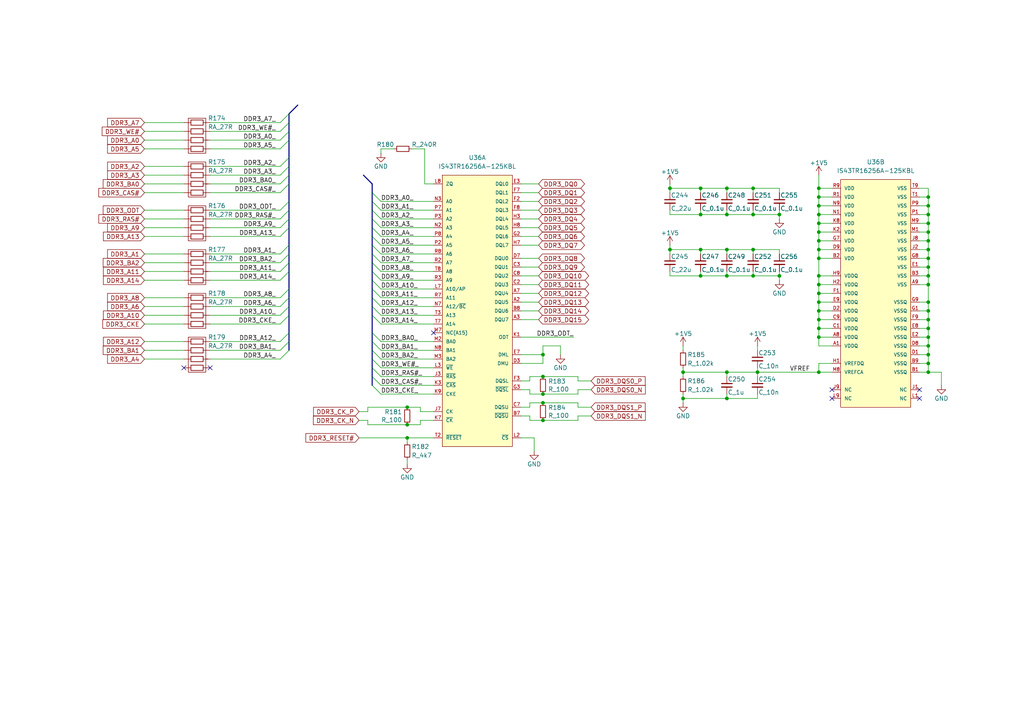
<source format=kicad_sch>
(kicad_sch (version 20231120) (generator "eeschema") (generator_version "8.0")
  (paper "A4")
  (title_block (rev "v2") (comment 1 "Copyright Dejan Priversek 2017"))
  (lib_symbols
    (symbol "ScopefunParts:+1.5V" (power) (pin_names (offset 0))
      (property "Value" "+1.5V" (at 0 3.556 0))
      (symbol "+1.5V_1_1"
        (pin power_in line (at 0 0 90) (length 0) hide (name "+1V5") (number "1"))
      )
    )
    (symbol "ScopefunParts:C_0.1u" (pin_numbers hide) (pin_names (offset 0.254) hide)
      (property "Reference" "C" (at 0.254 1.778 0))
      (property "Value" "C_0.1u" (at 0.254 -2.032 0))
      (symbol "C_0.1u_1_1"
        (pin passive line (at 0 2.54 270) (length 1.905) (name "~") (number "1"))
        (pin passive line (at 0 -2.54 90) (length 2.032) (name "~") (number "2"))
      )
    )
    (symbol "ScopefunParts:C_10n" (pin_numbers hide) (pin_names (offset 0.254) hide)
      (property "Reference" "C" (at 0.254 1.778 0))
      (property "Value" "C_10n" (at 0.254 -2.032 0))
      (symbol "C_10n_1_1"
        (pin passive line (at 0 2.54 270) (length 1.905) (name "~") (number "1"))
        (pin passive line (at 0 -2.54 90) (length 2.032) (name "~") (number "2"))
      )
    )
    (symbol "ScopefunParts:C_1u" (pin_numbers hide) (pin_names (offset 0.254) hide)
      (property "Reference" "C" (at 0.254 1.778 0))
      (property "Value" "C_1u" (at 0.254 -2.032 0))
      (symbol "C_1u_1_1"
        (pin passive line (at 0 2.54 270) (length 1.905) (name "~") (number "1"))
        (pin passive line (at 0 -2.54 90) (length 2.032) (name "~") (number "2"))
      )
    )
    (symbol "ScopefunParts:C_22u" (pin_numbers hide) (pin_names (offset 0.254) hide)
      (property "Reference" "C" (at 0.254 1.778 0))
      (property "Value" "C_22u" (at 0.254 -2.032 0))
      (symbol "C_22u_1_1"
        (pin passive line (at 0 2.54 270) (length 1.905) (name "~") (number "1"))
        (pin passive line (at 0 -2.54 90) (length 2.032) (name "~") (number "2"))
      )
    )
    (symbol "ScopefunParts:IS43TR16256A-125KBL" (pin_names (offset 1.016))
      (property "Reference" "U" (at 0 41.91 0))
      (property "Value" "IS43TR16256A-125KBL" (at 0 39.37 0))
      (symbol "IS43TR16256A-125KBL_1_1"
        (pin passive line (at 12.7 0 180) (length 2.54) (name "DQU5") (number "A2"))
        (pin passive line (at 12.7 -5.08 180) (length 2.54) (name "DQU7") (number "A3"))
        (pin passive line (at 12.7 2.54 180) (length 2.54) (name "DQU4") (number "A7"))
        (pin passive line (at 12.7 -33.02 180) (length 2.54) (name "~{DQSU}") (number "B7"))
        (pin passive line (at 12.7 -2.54 180) (length 2.54) (name "DQU6") (number "B8"))
        (pin passive line (at 12.7 5.08 180) (length 2.54) (name "DQU3") (number "C2"))
        (pin passive line (at 12.7 10.16 180) (length 2.54) (name "DQU1") (number "C3"))
        (pin passive line (at 12.7 -30.48 180) (length 2.54) (name "DQSU") (number "C7"))
        (pin passive line (at 12.7 7.62 180) (length 2.54) (name "DQU2") (number "C8"))
        (pin passive line (at 12.7 -17.78 180) (length 2.54) (name "DMU") (number "D3"))
        (pin passive line (at 12.7 12.7 180) (length 2.54) (name "DQU0") (number "D7"))
        (pin passive line (at 12.7 34.29 180) (length 2.54) (name "DQL0") (number "E3"))
        (pin passive line (at 12.7 -15.24 180) (length 2.54) (name "DML") (number "E7"))
        (pin passive line (at 12.7 29.21 180) (length 2.54) (name "DQL2") (number "F2"))
        (pin passive line (at 12.7 -22.86 180) (length 2.54) (name "DQSL") (number "F3"))
        (pin passive line (at 12.7 31.75 180) (length 2.54) (name "DQL1") (number "F7"))
        (pin passive line (at 12.7 26.67 180) (length 2.54) (name "DQL3") (number "F8"))
        (pin passive line (at 12.7 19.05 180) (length 2.54) (name "DQL6") (number "G2"))
        (pin passive line (at 12.7 -25.4 180) (length 2.54) (name "~{DQSL}") (number "G3"))
        (pin passive line (at 12.7 24.13 180) (length 2.54) (name "DQL4") (number "H3"))
        (pin passive line (at 12.7 16.51 180) (length 2.54) (name "DQL7") (number "H7"))
        (pin passive line (at 12.7 21.59 180) (length 2.54) (name "DQL5") (number "H8"))
        (pin passive line (at -12.7 -21.59 0) (length 2.54) (name "~{RAS}") (number "J3"))
        (pin passive line (at -12.7 -31.75 0) (length 2.54) (name "CK") (number "J7"))
        (pin passive line (at 12.7 -10.16 180) (length 2.54) (name "ODT") (number "K1"))
        (pin passive line (at -12.7 -24.13 0) (length 2.54) (name "~{CAS}") (number "K3"))
        (pin passive line (at -12.7 -34.29 0) (length 2.54) (name "~{CK}") (number "K7"))
        (pin passive line (at -12.7 -26.67 0) (length 2.54) (name "CKE") (number "K9"))
        (pin passive line (at 12.7 -39.37 180) (length 2.54) (name "~{CS}") (number "L2"))
        (pin passive line (at -12.7 -19.05 0) (length 2.54) (name "~{WE}") (number "L3"))
        (pin passive line (at -12.7 3.81 0) (length 2.54) (name "A10/AP") (number "L7"))
        (pin passive line (at -12.7 34.29 0) (length 2.54) (name "ZQ") (number "L8"))
        (pin passive line (at -12.7 -11.43 0) (length 2.54) (name "BA0") (number "M2"))
        (pin passive line (at -12.7 -16.51 0) (length 2.54) (name "BA2") (number "M3"))
        (pin passive line (at -12.7 -8.89 0) (length 2.54) (name "NC(A15)") (number "M7"))
        (pin passive line (at -12.7 21.59 0) (length 2.54) (name "A3") (number "N2"))
        (pin passive line (at -12.7 29.21 0) (length 2.54) (name "A0") (number "N3"))
        (pin passive line (at -12.7 -1.27 0) (length 2.54) (name "A12/~{BC}") (number "N7"))
        (pin passive line (at -12.7 -13.97 0) (length 2.54) (name "BA1") (number "N8"))
        (pin passive line (at -12.7 16.51 0) (length 2.54) (name "A5") (number "P2"))
        (pin passive line (at -12.7 24.13 0) (length 2.54) (name "A2") (number "P3"))
        (pin passive line (at -12.7 26.67 0) (length 2.54) (name "A1") (number "P7"))
        (pin passive line (at -12.7 19.05 0) (length 2.54) (name "A4") (number "P8"))
        (pin passive line (at -12.7 11.43 0) (length 2.54) (name "A7") (number "R2"))
        (pin passive line (at -12.7 6.35 0) (length 2.54) (name "A9") (number "R3"))
        (pin passive line (at -12.7 1.27 0) (length 2.54) (name "A11") (number "R7"))
        (pin passive line (at -12.7 13.97 0) (length 2.54) (name "A6") (number "R8"))
        (pin passive line (at -12.7 -39.37 0) (length 2.54) (name "~{RESET}") (number "T2"))
        (pin input line (at -12.7 -3.81 0) (length 2.54) (name "A13") (number "T3"))
        (pin input line (at -12.7 -6.35 0) (length 2.54) (name "A14") (number "T7"))
        (pin passive line (at -12.7 8.89 0) (length 2.54) (name "A8") (number "T8"))
      )
      (symbol "IS43TR16256A-125KBL_2_1"
        (pin passive line (at -12.7 -11.43 0) (length 2.54) (name "VDDQ") (number "A1"))
        (pin passive line (at -12.7 -8.89 0) (length 2.54) (name "VDDQ") (number "A8"))
        (pin passive line (at 12.7 6.35 180) (length 2.54) (name "VSS") (number "A9"))
        (pin passive line (at 12.7 -19.05 180) (length 2.54) (name "VSSQ") (number "B1"))
        (pin passive line (at -12.7 13.97 0) (length 2.54) (name "VDD") (number "B2"))
        (pin passive line (at 12.7 8.89 180) (length 2.54) (name "VSS") (number "B3"))
        (pin passive line (at 12.7 -16.51 180) (length 2.54) (name "VSSQ") (number "B9"))
        (pin passive line (at -12.7 -6.35 0) (length 2.54) (name "VDDQ") (number "C1"))
        (pin passive line (at -12.7 -3.81 0) (length 2.54) (name "VDDQ") (number "C9"))
        (pin passive line (at 12.7 -13.97 180) (length 2.54) (name "VSSQ") (number "D1"))
        (pin passive line (at -12.7 -1.27 0) (length 2.54) (name "VDDQ") (number "D2"))
        (pin passive line (at 12.7 -11.43 180) (length 2.54) (name "VSSQ") (number "D8"))
        (pin passive line (at -12.7 16.51 0) (length 2.54) (name "VDD") (number "D9"))
        (pin passive line (at 12.7 11.43 180) (length 2.54) (name "VSS") (number "E1"))
        (pin passive line (at 12.7 -8.89 180) (length 2.54) (name "VSSQ") (number "E2"))
        (pin passive line (at 12.7 -6.35 180) (length 2.54) (name "VSSQ") (number "E8"))
        (pin passive line (at -12.7 1.27 0) (length 2.54) (name "VDDQ") (number "E9"))
        (pin passive line (at -12.7 3.81 0) (length 2.54) (name "VDDQ") (number "F1"))
        (pin passive line (at 12.7 -3.81 180) (length 2.54) (name "VSSQ") (number "F9"))
        (pin passive line (at 12.7 -1.27 180) (length 2.54) (name "VSSQ") (number "G1"))
        (pin passive line (at -12.7 19.05 0) (length 2.54) (name "VDD") (number "G7"))
        (pin passive line (at 12.7 13.97 180) (length 2.54) (name "VSS") (number "G8"))
        (pin passive line (at 12.7 1.27 180) (length 2.54) (name "VSSQ") (number "G9"))
        (pin passive line (at -12.7 -16.51 0) (length 2.54) (name "VREFDQ") (number "H1"))
        (pin passive line (at -12.7 6.35 0) (length 2.54) (name "VDDQ") (number "H2"))
        (pin passive line (at -12.7 8.89 0) (length 2.54) (name "VDDQ") (number "H9"))
        (pin passive line (at 12.7 -24.13 180) (length 2.54) (name "NC") (number "J1"))
        (pin passive line (at 12.7 16.51 180) (length 2.54) (name "VSS") (number "J2"))
        (pin passive line (at 12.7 19.05 180) (length 2.54) (name "VSS") (number "J8"))
        (pin passive line (at -12.7 -24.13 0) (length 2.54) (name "NC") (number "J9"))
        (pin passive line (at -12.7 21.59 0) (length 2.54) (name "VDD") (number "K2"))
        (pin passive line (at -12.7 24.13 0) (length 2.54) (name "VDD") (number "K8"))
        (pin passive line (at 12.7 -26.67 180) (length 2.54) (name "NC") (number "L1"))
        (pin passive line (at -12.7 -26.67 0) (length 2.54) (name "NC") (number "L9"))
        (pin passive line (at 12.7 21.59 180) (length 2.54) (name "VSS") (number "M1"))
        (pin passive line (at -12.7 -19.05 0) (length 2.54) (name "VREFCA") (number "M8"))
        (pin passive line (at 12.7 24.13 180) (length 2.54) (name "VSS") (number "M9"))
        (pin passive line (at -12.7 26.67 0) (length 2.54) (name "VDD") (number "N1"))
        (pin passive line (at -12.7 29.21 0) (length 2.54) (name "VDD") (number "N9"))
        (pin passive line (at 12.7 26.67 180) (length 2.54) (name "VSS") (number "P1"))
        (pin passive line (at 12.7 29.21 180) (length 2.54) (name "VSS") (number "P9"))
        (pin passive line (at -12.7 31.75 0) (length 2.54) (name "VDD") (number "R1"))
        (pin passive line (at -12.7 34.29 0) (length 2.54) (name "VDD") (number "R9"))
        (pin passive line (at 12.7 31.75 180) (length 2.54) (name "VSS") (number "T1"))
        (pin passive line (at 12.7 34.29 180) (length 2.54) (name "VSS") (number "T9"))
      )
    )
    (symbol "ScopefunParts:RA_27R" (pin_numbers hide) (pin_names (offset 0.254) hide)
      (property "Reference" "R" (at 3.175 5.08 0))
      (property "Value" "RA_27R" (at 3.175 2.54 0))
      (symbol "RA_27R_1_1"
        (pin passive line (at 3.81 3.81 180) (length 1.27) (name "~") (number "1"))
        (pin passive line (at 3.81 1.27 180) (length 1.27) (name "~") (number "2"))
        (pin passive line (at 3.81 -1.27 180) (length 1.27) (name "~") (number "3"))
        (pin passive line (at 3.81 -3.81 180) (length 1.27) (name "~") (number "4"))
        (pin passive line (at -3.81 -3.81 0) (length 1.27) (name "~") (number "5"))
        (pin passive line (at -3.81 -1.27 0) (length 1.27) (name "~") (number "6"))
        (pin passive line (at -3.81 1.27 0) (length 1.27) (name "~") (number "7"))
        (pin passive line (at -3.81 3.81 0) (length 1.27) (name "~") (number "8"))
      )
    )
    (symbol "ScopefunParts:R_1.02k" (pin_numbers hide) (pin_names (offset 0.254) hide)
      (property "Reference" "R" (at 1.27 1.27 0))
      (property "Value" "R_1.02k" (at 1.27 -1.27 0))
      (symbol "R_1.02k_1_1"
        (pin passive line (at 0 2.54 270) (length 0.762) (name "~") (number "1"))
        (pin passive line (at 0 -2.54 90) (length 0.762) (name "~") (number "2"))
      )
    )
    (symbol "ScopefunParts:R_100" (pin_numbers hide) (pin_names (offset 0.254) hide)
      (property "Reference" "R" (at 1.27 1.27 0))
      (property "Value" "R_100" (at 1.27 -1.27 0))
      (symbol "R_100_1_1"
        (pin passive line (at 0 2.54 270) (length 0.762) (name "~") (number "1"))
        (pin passive line (at 0 -2.54 90) (length 0.762) (name "~") (number "2"))
      )
    )
    (symbol "ScopefunParts:R_240R" (pin_numbers hide) (pin_names (offset 0.254) hide)
      (property "Reference" "R" (at 1.27 1.27 0))
      (property "Value" "R_240R" (at 1.27 -1.27 0))
      (symbol "R_240R_1_1"
        (pin passive line (at 0 2.54 270) (length 0.762) (name "~") (number "1"))
        (pin passive line (at 0 -2.54 90) (length 0.762) (name "~") (number "2"))
      )
    )
    (symbol "ScopefunParts:R_4k7" (pin_numbers hide) (pin_names (offset 0.254) hide)
      (property "Reference" "R" (at 1.27 1.27 0))
      (property "Value" "R_4k7" (at 1.27 -1.27 0))
      (symbol "R_4k7_1_1"
        (pin passive line (at 0 2.54 270) (length 0.762) (name "~") (number "1"))
        (pin passive line (at 0 -2.54 90) (length 0.762) (name "~") (number "2"))
      )
    )
    (symbol "Scopefun_v2-rescue:GND" (power) (pin_names (offset 0))
      (property "Value" "GND" (at 0 -3.81 0))
      (symbol "GND_1_1"
        (pin power_in line (at 0 0 270) (length 0) hide (name "GND") (number "1"))
      )
    )
  )
  (junction (at 237.49 72.39))
  (junction (at 237.49 54.61))
  (junction (at 194.31 54.61))
  (junction (at 198.12 115.57))
  (junction (at 157.48 102.87))
  (junction (at 269.24 69.85))
  (junction (at 237.49 97.79))
  (junction (at 210.82 115.57))
  (junction (at 237.49 92.71))
  (junction (at 237.49 74.93))
  (junction (at 118.11 118.11))
  (junction (at 218.44 80.01))
  (junction (at 269.24 64.77))
  (junction (at 203.2 80.01))
  (junction (at 226.06 62.23))
  (junction (at 218.44 54.61))
  (junction (at 269.24 67.31))
  (junction (at 269.24 97.79))
  (junction (at 210.82 62.23))
  (junction (at 198.12 107.95))
  (junction (at 269.24 72.39))
  (junction (at 219.71 107.95))
  (junction (at 269.24 80.01))
  (junction (at 218.44 62.23))
  (junction (at 237.49 62.23))
  (junction (at 157.48 109.22))
  (junction (at 269.24 87.63))
  (junction (at 269.24 105.41))
  (junction (at 226.06 80.01))
  (junction (at 203.2 72.39))
  (junction (at 269.24 77.47))
  (junction (at 237.49 69.85))
  (junction (at 237.49 80.01))
  (junction (at 157.48 116.84))
  (junction (at 269.24 62.23))
  (junction (at 157.48 114.3))
  (junction (at 194.31 72.39))
  (junction (at 237.49 85.09))
  (junction (at 237.49 95.25))
  (junction (at 269.24 74.93))
  (junction (at 269.24 95.25))
  (junction (at 237.49 67.31))
  (junction (at 157.48 121.92))
  (junction (at 118.11 123.19))
  (junction (at 210.82 72.39))
  (junction (at 269.24 100.33))
  (junction (at 210.82 107.95))
  (junction (at 237.49 87.63))
  (junction (at 237.49 90.17))
  (junction (at 210.82 80.01))
  (junction (at 237.49 107.95))
  (junction (at 269.24 107.95))
  (junction (at 237.49 57.15))
  (junction (at 218.44 72.39))
  (junction (at 237.49 59.69))
  (junction (at 203.2 62.23))
  (junction (at 269.24 102.87))
  (junction (at 118.11 127))
  (junction (at 237.49 64.77))
  (junction (at 269.24 82.55))
  (junction (at 269.24 90.17))
  (junction (at 269.24 59.69))
  (junction (at 203.2 54.61))
  (junction (at 269.24 57.15))
  (junction (at 210.82 54.61))
  (junction (at 237.49 82.55))
  (junction (at 269.24 92.71))
  (no_connect (at 125.73 96.52))
  (no_connect (at 241.3 113.03))
  (no_connect (at 60.96 106.68))
  (no_connect (at 266.7 115.57))
  (no_connect (at 53.34 106.68))
  (no_connect (at 266.7 113.03))
  (no_connect (at 241.3 115.57))
  (bus_entry (at 81.28 53.34) (size 2.54 -2.54))
  (bus_entry (at 81.28 66.04) (size 2.54 -2.54))
  (bus_entry (at 107.95 111.76) (size 2.54 2.54))
  (bus_entry (at 81.28 38.1) (size 2.54 -2.54))
  (bus_entry (at 107.95 91.44) (size 2.54 2.54))
  (bus_entry (at 107.95 76.2) (size 2.54 2.54))
  (bus_entry (at 81.28 78.74) (size 2.54 -2.54))
  (bus_entry (at 81.28 35.56) (size 2.54 -2.54))
  (bus_entry (at 81.28 86.36) (size 2.54 -2.54))
  (bus_entry (at 107.95 58.42) (size 2.54 2.54))
  (bus_entry (at 81.28 88.9) (size 2.54 -2.54))
  (bus_entry (at 107.95 66.04) (size 2.54 2.54))
  (bus_entry (at 107.95 99.06) (size 2.54 2.54))
  (bus_entry (at 107.95 106.68) (size 2.54 2.54))
  (bus_entry (at 81.28 99.06) (size 2.54 -2.54))
  (bus_entry (at 81.28 50.8) (size 2.54 -2.54))
  (bus_entry (at 81.28 101.6) (size 2.54 -2.54))
  (bus_entry (at 81.28 40.64) (size 2.54 -2.54))
  (bus_entry (at 81.28 73.66) (size 2.54 -2.54))
  (bus_entry (at 81.28 68.58) (size 2.54 -2.54))
  (bus_entry (at 107.95 88.9) (size 2.54 2.54))
  (bus_entry (at 107.95 104.14) (size 2.54 2.54))
  (bus_entry (at 81.28 55.88) (size 2.54 -2.54))
  (bus_entry (at 107.95 83.82) (size 2.54 2.54))
  (bus_entry (at 107.95 71.12) (size 2.54 2.54))
  (bus_entry (at 81.28 60.96) (size 2.54 -2.54))
  (bus_entry (at 81.28 91.44) (size 2.54 -2.54))
  (bus_entry (at 107.95 96.52) (size 2.54 2.54))
  (bus_entry (at 107.95 101.6) (size 2.54 2.54))
  (bus_entry (at 107.95 86.36) (size 2.54 2.54))
  (bus_entry (at 107.95 63.5) (size 2.54 2.54))
  (bus_entry (at 107.95 78.74) (size 2.54 2.54))
  (bus_entry (at 107.95 109.22) (size 2.54 2.54))
  (bus_entry (at 107.95 73.66) (size 2.54 2.54))
  (bus_entry (at 107.95 68.58) (size 2.54 2.54))
  (bus_entry (at 107.95 81.28) (size 2.54 2.54))
  (bus_entry (at 81.28 76.2) (size 2.54 -2.54))
  (bus_entry (at 81.28 104.14) (size 2.54 -2.54))
  (bus_entry (at 81.28 43.18) (size 2.54 -2.54))
  (bus_entry (at 107.95 60.96) (size 2.54 2.54))
  (bus_entry (at 81.28 63.5) (size 2.54 -2.54))
  (bus_entry (at 81.28 81.28) (size 2.54 -2.54))
  (bus_entry (at 81.28 48.26) (size 2.54 -2.54))
  (bus_entry (at 81.28 93.98) (size 2.54 -2.54))
  (bus_entry (at 107.95 55.88) (size 2.54 2.54))
  (wire (pts (xy 151.13 71.12) (xy 156.21 71.12)))
  (wire (pts (xy 118.11 133.35) (xy 118.11 134.62)))
  (wire (pts (xy 41.91 50.8) (xy 53.34 50.8)))
  (wire (pts (xy 237.49 64.77) (xy 237.49 67.31)))
  (wire (pts (xy 153.67 118.11) (xy 151.13 118.11)))
  (wire (pts (xy 269.24 80.01) (xy 266.7 80.01)))
  (wire (pts (xy 218.44 72.39) (xy 226.06 72.39)))
  (wire (pts (xy 118.11 123.19) (xy 121.92 123.19)))
  (bus (pts (xy 107.95 71.12) (xy 107.95 73.66)))
  (wire (pts (xy 123.19 53.34) (xy 123.19 43.18)))
  (bus (pts (xy 83.82 45.72) (xy 83.82 48.26)))
  (wire (pts (xy 153.67 120.65) (xy 153.67 121.92)))
  (wire (pts (xy 218.44 80.01) (xy 226.06 80.01)))
  (wire (pts (xy 226.06 72.39) (xy 226.06 73.66)))
  (wire (pts (xy 60.96 101.6) (xy 81.28 101.6)))
  (wire (pts (xy 60.96 68.58) (xy 81.28 68.58)))
  (wire (pts (xy 269.24 72.39) (xy 266.7 72.39)))
  (wire (pts (xy 167.64 114.3) (xy 167.64 113.03)))
  (wire (pts (xy 125.73 76.2) (xy 110.49 76.2)))
  (bus (pts (xy 83.82 38.1) (xy 83.82 40.64)))
  (wire (pts (xy 237.49 59.69) (xy 241.3 59.69)))
  (wire (pts (xy 151.13 102.87) (xy 157.48 102.87)))
  (wire (pts (xy 237.49 97.79) (xy 237.49 100.33)))
  (wire (pts (xy 151.13 68.58) (xy 156.21 68.58)))
  (wire (pts (xy 41.91 48.26) (xy 53.34 48.26)))
  (wire (pts (xy 125.73 73.66) (xy 110.49 73.66)))
  (wire (pts (xy 269.24 102.87) (xy 269.24 105.41)))
  (wire (pts (xy 194.31 80.01) (xy 194.31 78.74)))
  (bus (pts (xy 83.82 71.12) (xy 83.82 73.66)))
  (bus (pts (xy 83.82 66.04) (xy 83.82 71.12)))
  (wire (pts (xy 151.13 87.63) (xy 156.21 87.63)))
  (wire (pts (xy 60.96 60.96) (xy 81.28 60.96)))
  (wire (pts (xy 104.14 121.92) (xy 106.68 121.92)))
  (wire (pts (xy 210.82 107.95) (xy 219.71 107.95)))
  (wire (pts (xy 151.13 92.71) (xy 156.21 92.71)))
  (wire (pts (xy 241.3 54.61) (xy 237.49 54.61)))
  (wire (pts (xy 60.96 55.88) (xy 81.28 55.88)))
  (bus (pts (xy 107.95 106.68) (xy 107.95 109.22)))
  (wire (pts (xy 203.2 72.39) (xy 203.2 73.66)))
  (wire (pts (xy 237.49 95.25) (xy 241.3 95.25)))
  (wire (pts (xy 210.82 60.96) (xy 210.82 62.23)))
  (wire (pts (xy 269.24 77.47) (xy 269.24 80.01)))
  (wire (pts (xy 60.96 66.04) (xy 81.28 66.04)))
  (bus (pts (xy 83.82 60.96) (xy 83.82 63.5)))
  (wire (pts (xy 237.49 105.41) (xy 241.3 105.41)))
  (wire (pts (xy 194.31 62.23) (xy 203.2 62.23)))
  (wire (pts (xy 219.71 107.95) (xy 237.49 107.95)))
  (wire (pts (xy 218.44 54.61) (xy 218.44 55.88)))
  (wire (pts (xy 218.44 62.23) (xy 226.06 62.23)))
  (wire (pts (xy 41.91 81.28) (xy 53.34 81.28)))
  (wire (pts (xy 237.49 80.01) (xy 237.49 82.55)))
  (wire (pts (xy 151.13 63.5) (xy 156.21 63.5)))
  (wire (pts (xy 237.49 54.61) (xy 237.49 57.15)))
  (wire (pts (xy 237.49 82.55) (xy 241.3 82.55)))
  (wire (pts (xy 153.67 109.22) (xy 153.67 110.49)))
  (bus (pts (xy 107.95 91.44) (xy 107.95 96.52)))
  (bus (pts (xy 83.82 76.2) (xy 83.82 78.74)))
  (wire (pts (xy 125.73 68.58) (xy 110.49 68.58)))
  (wire (pts (xy 104.14 127) (xy 118.11 127)))
  (bus (pts (xy 83.82 33.02) (xy 83.82 35.56)))
  (wire (pts (xy 104.14 119.38) (xy 106.68 119.38)))
  (bus (pts (xy 83.82 40.64) (xy 83.82 45.72)))
  (bus (pts (xy 107.95 68.58) (xy 107.95 71.12)))
  (wire (pts (xy 41.91 68.58) (xy 53.34 68.58)))
  (wire (pts (xy 41.91 78.74) (xy 53.34 78.74)))
  (wire (pts (xy 171.45 110.49) (xy 167.64 110.49)))
  (bus (pts (xy 83.82 91.44) (xy 83.82 96.52)))
  (wire (pts (xy 60.96 38.1) (xy 81.28 38.1)))
  (wire (pts (xy 237.49 50.8) (xy 237.49 54.61)))
  (wire (pts (xy 125.73 119.38) (xy 121.92 119.38)))
  (wire (pts (xy 151.13 82.55) (xy 156.21 82.55)))
  (wire (pts (xy 269.24 64.77) (xy 266.7 64.77)))
  (wire (pts (xy 210.82 80.01) (xy 210.82 78.74)))
  (bus (pts (xy 83.82 88.9) (xy 83.82 91.44)))
  (wire (pts (xy 219.71 107.95) (xy 219.71 109.22)))
  (wire (pts (xy 269.24 100.33) (xy 266.7 100.33)))
  (wire (pts (xy 60.96 40.64) (xy 81.28 40.64)))
  (wire (pts (xy 269.24 100.33) (xy 269.24 102.87)))
  (bus (pts (xy 107.95 104.14) (xy 107.95 106.68)))
  (wire (pts (xy 226.06 54.61) (xy 226.06 55.88)))
  (wire (pts (xy 266.7 107.95) (xy 269.24 107.95)))
  (wire (pts (xy 210.82 80.01) (xy 218.44 80.01)))
  (wire (pts (xy 269.24 74.93) (xy 266.7 74.93)))
  (wire (pts (xy 210.82 54.61) (xy 210.82 55.88)))
  (wire (pts (xy 194.31 62.23) (xy 194.31 60.96)))
  (wire (pts (xy 198.12 106.68) (xy 198.12 107.95)))
  (wire (pts (xy 41.91 40.64) (xy 53.34 40.64)))
  (wire (pts (xy 269.24 77.47) (xy 266.7 77.47)))
  (bus (pts (xy 107.95 76.2) (xy 107.95 78.74)))
  (wire (pts (xy 266.7 57.15) (xy 269.24 57.15)))
  (wire (pts (xy 151.13 66.04) (xy 156.21 66.04)))
  (wire (pts (xy 269.24 69.85) (xy 266.7 69.85)))
  (wire (pts (xy 60.96 78.74) (xy 81.28 78.74)))
  (wire (pts (xy 218.44 54.61) (xy 226.06 54.61)))
  (bus (pts (xy 83.82 73.66) (xy 83.82 76.2)))
  (wire (pts (xy 237.49 72.39) (xy 237.49 74.93)))
  (bus (pts (xy 83.82 78.74) (xy 83.82 83.82)))
  (wire (pts (xy 237.49 90.17) (xy 237.49 92.71)))
  (bus (pts (xy 83.82 83.82) (xy 83.82 86.36)))
  (wire (pts (xy 153.67 110.49) (xy 151.13 110.49)))
  (wire (pts (xy 60.96 86.36) (xy 81.28 86.36)))
  (wire (pts (xy 151.13 90.17) (xy 156.21 90.17)))
  (wire (pts (xy 269.24 82.55) (xy 269.24 87.63)))
  (wire (pts (xy 125.73 93.98) (xy 110.49 93.98)))
  (wire (pts (xy 110.49 111.76) (xy 125.73 111.76)))
  (wire (pts (xy 167.64 121.92) (xy 167.64 120.65)))
  (wire (pts (xy 269.24 90.17) (xy 269.24 92.71)))
  (bus (pts (xy 107.95 60.96) (xy 107.95 63.5)))
  (wire (pts (xy 194.31 72.39) (xy 203.2 72.39)))
  (wire (pts (xy 226.06 60.96) (xy 226.06 62.23)))
  (wire (pts (xy 157.48 105.41) (xy 151.13 105.41)))
  (wire (pts (xy 125.73 104.14) (xy 110.49 104.14)))
  (wire (pts (xy 269.24 59.69) (xy 269.24 62.23)))
  (bus (pts (xy 107.95 81.28) (xy 107.95 83.82)))
  (wire (pts (xy 125.73 58.42) (xy 110.49 58.42)))
  (wire (pts (xy 269.24 54.61) (xy 269.24 57.15)))
  (bus (pts (xy 83.82 96.52) (xy 83.82 99.06)))
  (wire (pts (xy 151.13 58.42) (xy 156.21 58.42)))
  (wire (pts (xy 198.12 114.3) (xy 198.12 115.57)))
  (bus (pts (xy 107.95 55.88) (xy 107.95 58.42)))
  (wire (pts (xy 210.82 114.3) (xy 210.82 115.57)))
  (wire (pts (xy 154.94 127) (xy 151.13 127)))
  (wire (pts (xy 60.96 91.44) (xy 81.28 91.44)))
  (wire (pts (xy 269.24 62.23) (xy 266.7 62.23)))
  (wire (pts (xy 194.31 80.01) (xy 203.2 80.01)))
  (wire (pts (xy 237.49 107.95) (xy 241.3 107.95)))
  (wire (pts (xy 237.49 64.77) (xy 241.3 64.77)))
  (wire (pts (xy 151.13 97.79) (xy 166.37 97.79)))
  (wire (pts (xy 121.92 119.38) (xy 121.92 118.11)))
  (wire (pts (xy 106.68 121.92) (xy 106.68 123.19)))
  (bus (pts (xy 83.82 33.02) (xy 86.36 30.48)))
  (bus (pts (xy 83.82 35.56) (xy 83.82 38.1)))
  (wire (pts (xy 226.06 80.01) (xy 226.06 81.28)))
  (bus (pts (xy 107.95 78.74) (xy 107.95 81.28)))
  (wire (pts (xy 60.96 53.34) (xy 81.28 53.34)))
  (wire (pts (xy 237.49 87.63) (xy 241.3 87.63)))
  (bus (pts (xy 83.82 53.34) (xy 83.82 58.42)))
  (bus (pts (xy 107.95 53.34) (xy 107.95 55.88)))
  (wire (pts (xy 194.31 53.34) (xy 194.31 54.61)))
  (wire (pts (xy 269.24 87.63) (xy 266.7 87.63)))
  (wire (pts (xy 203.2 54.61) (xy 203.2 55.88)))
  (wire (pts (xy 237.49 74.93) (xy 241.3 74.93)))
  (wire (pts (xy 41.91 93.98) (xy 53.34 93.98)))
  (wire (pts (xy 125.73 101.6) (xy 110.49 101.6)))
  (wire (pts (xy 203.2 78.74) (xy 203.2 80.01)))
  (wire (pts (xy 125.73 53.34) (xy 123.19 53.34)))
  (wire (pts (xy 237.49 62.23) (xy 241.3 62.23)))
  (wire (pts (xy 153.67 114.3) (xy 157.48 114.3)))
  (wire (pts (xy 210.82 109.22) (xy 210.82 107.95)))
  (wire (pts (xy 194.31 54.61) (xy 203.2 54.61)))
  (wire (pts (xy 237.49 92.71) (xy 237.49 95.25)))
  (wire (pts (xy 167.64 120.65) (xy 171.45 120.65)))
  (wire (pts (xy 269.24 102.87) (xy 266.7 102.87)))
  (wire (pts (xy 110.49 114.3) (xy 125.73 114.3)))
  (wire (pts (xy 157.48 114.3) (xy 167.64 114.3)))
  (wire (pts (xy 110.49 43.18) (xy 110.49 44.45)))
  (bus (pts (xy 107.95 66.04) (xy 107.95 68.58)))
  (wire (pts (xy 60.96 43.18) (xy 81.28 43.18)))
  (wire (pts (xy 269.24 67.31) (xy 266.7 67.31)))
  (wire (pts (xy 118.11 128.27) (xy 118.11 127)))
  (bus (pts (xy 107.95 83.82) (xy 107.95 86.36)))
  (wire (pts (xy 118.11 127) (xy 125.73 127)))
  (wire (pts (xy 41.91 76.2) (xy 53.34 76.2)))
  (wire (pts (xy 60.96 63.5) (xy 81.28 63.5)))
  (wire (pts (xy 269.24 87.63) (xy 269.24 90.17)))
  (wire (pts (xy 157.48 121.92) (xy 167.64 121.92)))
  (bus (pts (xy 107.95 96.52) (xy 107.95 99.06)))
  (wire (pts (xy 167.64 113.03) (xy 171.45 113.03)))
  (wire (pts (xy 41.91 60.96) (xy 53.34 60.96)))
  (bus (pts (xy 83.82 48.26) (xy 83.82 50.8)))
  (bus (pts (xy 107.95 88.9) (xy 107.95 91.44)))
  (bus (pts (xy 107.95 86.36) (xy 107.95 88.9)))
  (bus (pts (xy 105.41 50.8) (xy 107.95 53.34)))
  (wire (pts (xy 269.24 57.15) (xy 269.24 59.69)))
  (wire (pts (xy 210.82 72.39) (xy 218.44 72.39)))
  (bus (pts (xy 83.82 50.8) (xy 83.82 53.34)))
  (wire (pts (xy 237.49 69.85) (xy 241.3 69.85)))
  (wire (pts (xy 153.67 113.03) (xy 153.67 114.3)))
  (wire (pts (xy 153.67 121.92) (xy 157.48 121.92)))
  (wire (pts (xy 151.13 55.88) (xy 156.21 55.88)))
  (wire (pts (xy 41.91 91.44) (xy 53.34 91.44)))
  (wire (pts (xy 110.49 109.22) (xy 125.73 109.22)))
  (wire (pts (xy 218.44 80.01) (xy 218.44 78.74)))
  (bus (pts (xy 107.95 99.06) (xy 107.95 101.6)))
  (wire (pts (xy 237.49 85.09) (xy 241.3 85.09)))
  (wire (pts (xy 162.56 100.33) (xy 162.56 102.87)))
  (wire (pts (xy 269.24 95.25) (xy 269.24 97.79)))
  (wire (pts (xy 198.12 107.95) (xy 198.12 109.22)))
  (bus (pts (xy 107.95 101.6) (xy 107.95 104.14)))
  (wire (pts (xy 153.67 116.84) (xy 153.67 118.11)))
  (wire (pts (xy 194.31 72.39) (xy 194.31 73.66)))
  (wire (pts (xy 157.48 116.84) (xy 153.67 116.84)))
  (wire (pts (xy 151.13 85.09) (xy 156.21 85.09)))
  (wire (pts (xy 237.49 80.01) (xy 241.3 80.01)))
  (wire (pts (xy 41.91 66.04) (xy 53.34 66.04)))
  (wire (pts (xy 203.2 62.23) (xy 210.82 62.23)))
  (bus (pts (xy 83.82 99.06) (xy 83.82 101.6)))
  (wire (pts (xy 151.13 120.65) (xy 153.67 120.65)))
  (wire (pts (xy 106.68 123.19) (xy 118.11 123.19)))
  (wire (pts (xy 210.82 62.23) (xy 218.44 62.23)))
  (wire (pts (xy 125.73 60.96) (xy 110.49 60.96)))
  (wire (pts (xy 203.2 80.01) (xy 210.82 80.01)))
  (wire (pts (xy 157.48 100.33) (xy 157.48 102.87)))
  (wire (pts (xy 237.49 72.39) (xy 241.3 72.39)))
  (wire (pts (xy 154.94 127) (xy 154.94 130.81)))
  (wire (pts (xy 41.91 101.6) (xy 53.34 101.6)))
  (wire (pts (xy 210.82 54.61) (xy 218.44 54.61)))
  (wire (pts (xy 237.49 67.31) (xy 237.49 69.85)))
  (wire (pts (xy 237.49 100.33) (xy 241.3 100.33)))
  (wire (pts (xy 110.49 106.68) (xy 125.73 106.68)))
  (wire (pts (xy 125.73 83.82) (xy 110.49 83.82)))
  (wire (pts (xy 60.96 50.8) (xy 81.28 50.8)))
  (wire (pts (xy 167.64 110.49) (xy 167.64 109.22)))
  (wire (pts (xy 151.13 113.03) (xy 153.67 113.03)))
  (wire (pts (xy 219.71 106.68) (xy 219.71 107.95)))
  (wire (pts (xy 210.82 72.39) (xy 210.82 73.66)))
  (wire (pts (xy 198.12 115.57) (xy 198.12 116.84)))
  (wire (pts (xy 210.82 115.57) (xy 219.71 115.57)))
  (wire (pts (xy 125.73 78.74) (xy 110.49 78.74)))
  (wire (pts (xy 171.45 118.11) (xy 167.64 118.11)))
  (wire (pts (xy 269.24 97.79) (xy 269.24 100.33)))
  (wire (pts (xy 60.96 76.2) (xy 81.28 76.2)))
  (wire (pts (xy 60.96 35.56) (xy 81.28 35.56)))
  (wire (pts (xy 60.96 88.9) (xy 81.28 88.9)))
  (wire (pts (xy 203.2 72.39) (xy 210.82 72.39)))
  (wire (pts (xy 237.49 95.25) (xy 237.49 97.79)))
  (wire (pts (xy 198.12 107.95) (xy 210.82 107.95)))
  (wire (pts (xy 41.91 43.18) (xy 53.34 43.18)))
  (wire (pts (xy 237.49 59.69) (xy 237.49 62.23)))
  (wire (pts (xy 151.13 77.47) (xy 156.21 77.47)))
  (wire (pts (xy 203.2 54.61) (xy 210.82 54.61)))
  (wire (pts (xy 269.24 105.41) (xy 269.24 107.95)))
  (wire (pts (xy 125.73 91.44) (xy 110.49 91.44)))
  (wire (pts (xy 41.91 99.06) (xy 53.34 99.06)))
  (wire (pts (xy 41.91 104.14) (xy 53.34 104.14)))
  (wire (pts (xy 237.49 82.55) (xy 237.49 85.09)))
  (wire (pts (xy 269.24 62.23) (xy 269.24 64.77)))
  (wire (pts (xy 269.24 97.79) (xy 266.7 97.79)))
  (wire (pts (xy 237.49 74.93) (xy 237.49 80.01)))
  (bus (pts (xy 107.95 109.22) (xy 107.95 111.76)))
  (bus (pts (xy 83.82 86.36) (xy 83.82 88.9)))
  (wire (pts (xy 269.24 107.95) (xy 273.05 107.95)))
  (wire (pts (xy 121.92 121.92) (xy 121.92 123.19)))
  (wire (pts (xy 125.73 99.06) (xy 110.49 99.06)))
  (wire (pts (xy 167.64 116.84) (xy 157.48 116.84)))
  (wire (pts (xy 151.13 74.93) (xy 156.21 74.93)))
  (wire (pts (xy 60.96 104.14) (xy 81.28 104.14)))
  (wire (pts (xy 123.19 43.18) (xy 119.38 43.18)))
  (wire (pts (xy 125.73 81.28) (xy 110.49 81.28)))
  (wire (pts (xy 269.24 54.61) (xy 266.7 54.61)))
  (wire (pts (xy 60.96 99.06) (xy 81.28 99.06)))
  (wire (pts (xy 237.49 85.09) (xy 237.49 87.63)))
  (wire (pts (xy 269.24 80.01) (xy 269.24 82.55)))
  (wire (pts (xy 41.91 38.1) (xy 53.34 38.1)))
  (wire (pts (xy 237.49 105.41) (xy 237.49 107.95)))
  (wire (pts (xy 151.13 80.01) (xy 156.21 80.01)))
  (wire (pts (xy 218.44 60.96) (xy 218.44 62.23)))
  (wire (pts (xy 157.48 100.33) (xy 162.56 100.33)))
  (wire (pts (xy 60.96 73.66) (xy 81.28 73.66)))
  (bus (pts (xy 83.82 58.42) (xy 83.82 60.96)))
  (wire (pts (xy 41.91 73.66) (xy 53.34 73.66)))
  (wire (pts (xy 269.24 105.41) (xy 266.7 105.41)))
  (wire (pts (xy 194.31 54.61) (xy 194.31 55.88)))
  (wire (pts (xy 237.49 57.15) (xy 237.49 59.69)))
  (wire (pts (xy 269.24 69.85) (xy 269.24 72.39)))
  (wire (pts (xy 237.49 87.63) (xy 237.49 90.17)))
  (wire (pts (xy 203.2 60.96) (xy 203.2 62.23)))
  (wire (pts (xy 41.91 63.5) (xy 53.34 63.5)))
  (bus (pts (xy 83.82 63.5) (xy 83.82 66.04)))
  (wire (pts (xy 269.24 72.39) (xy 269.24 74.93)))
  (bus (pts (xy 107.95 58.42) (xy 107.95 60.96)))
  (wire (pts (xy 194.31 71.12) (xy 194.31 72.39)))
  (wire (pts (xy 151.13 60.96) (xy 156.21 60.96)))
  (wire (pts (xy 269.24 95.25) (xy 266.7 95.25)))
  (wire (pts (xy 198.12 115.57) (xy 210.82 115.57)))
  (wire (pts (xy 226.06 78.74) (xy 226.06 80.01)))
  (wire (pts (xy 269.24 82.55) (xy 266.7 82.55)))
  (wire (pts (xy 157.48 102.87) (xy 157.48 105.41)))
  (wire (pts (xy 237.49 90.17) (xy 241.3 90.17)))
  (wire (pts (xy 157.48 109.22) (xy 153.67 109.22)))
  (bus (pts (xy 107.95 73.66) (xy 107.95 76.2)))
  (wire (pts (xy 226.06 62.23) (xy 226.06 63.5)))
  (wire (pts (xy 237.49 92.71) (xy 241.3 92.71)))
  (wire (pts (xy 41.91 53.34) (xy 53.34 53.34)))
  (wire (pts (xy 41.91 86.36) (xy 53.34 86.36)))
  (wire (pts (xy 121.92 118.11) (xy 118.11 118.11)))
  (wire (pts (xy 198.12 101.6) (xy 198.12 100.33)))
  (wire (pts (xy 219.71 100.33) (xy 219.71 101.6)))
  (wire (pts (xy 219.71 115.57) (xy 219.71 114.3)))
  (wire (pts (xy 60.96 81.28) (xy 81.28 81.28)))
  (wire (pts (xy 41.91 55.88) (xy 53.34 55.88)))
  (wire (pts (xy 237.49 97.79) (xy 241.3 97.79)))
  (wire (pts (xy 237.49 69.85) (xy 237.49 72.39)))
  (wire (pts (xy 273.05 107.95) (xy 273.05 111.76)))
  (wire (pts (xy 167.64 109.22) (xy 157.48 109.22)))
  (wire (pts (xy 167.64 118.11) (xy 167.64 116.84)))
  (wire (pts (xy 118.11 118.11) (xy 106.68 118.11)))
  (wire (pts (xy 41.91 88.9) (xy 53.34 88.9)))
  (wire (pts (xy 269.24 90.17) (xy 266.7 90.17)))
  (wire (pts (xy 269.24 59.69) (xy 266.7 59.69)))
  (wire (pts (xy 60.96 48.26) (xy 81.28 48.26)))
  (wire (pts (xy 60.96 93.98) (xy 81.28 93.98)))
  (wire (pts (xy 237.49 62.23) (xy 237.49 64.77)))
  (wire (pts (xy 269.24 74.93) (xy 269.24 77.47)))
  (wire (pts (xy 218.44 72.39) (xy 218.44 73.66)))
  (wire (pts (xy 114.3 43.18) (xy 110.49 43.18)))
  (wire (pts (xy 269.24 92.71) (xy 266.7 92.71)))
  (wire (pts (xy 125.73 88.9) (xy 110.49 88.9)))
  (wire (pts (xy 237.49 57.15) (xy 241.3 57.15)))
  (wire (pts (xy 125.73 66.04) (xy 110.49 66.04)))
  (wire (pts (xy 41.91 35.56) (xy 53.34 35.56)))
  (bus (pts (xy 107.95 63.5) (xy 107.95 66.04)))
  (wire (pts (xy 151.13 53.34) (xy 156.21 53.34)))
  (wire (pts (xy 237.49 67.31) (xy 241.3 67.31)))
  (wire (pts (xy 269.24 64.77) (xy 269.24 67.31)))
  (wire (pts (xy 125.73 121.92) (xy 121.92 121.92)))
  (wire (pts (xy 125.73 86.36) (xy 110.49 86.36)))
  (wire (pts (xy 125.73 63.5) (xy 110.49 63.5)))
  (wire (pts (xy 106.68 119.38) (xy 106.68 118.11)))
  (wire (pts (xy 269.24 67.31) (xy 269.24 69.85)))
  (wire (pts (xy 125.73 71.12) (xy 110.49 71.12)))
  (wire (pts (xy 269.24 92.71) (xy 269.24 95.25)))
  (label "DDR3_A3_" (at 80.01 50.8 180))
  (label "DDR3_A11_" (at 80.01 78.74 180))
  (label "DDR3_BA0_" (at 80.01 53.34 180))
  (label "DDR3_BA1_" (at 80.01 101.6 180))
  (label "DDR3_BA2_" (at 110.49 104.14 0))
  (label "DDR3_BA2_" (at 80.01 76.2 180))
  (label "DDR3_A4_" (at 110.49 68.58 0))
  (label "DDR3_RAS#_" (at 110.49 109.22 0))
  (label "DDR3_A3_" (at 110.49 66.04 0))
  (label "DDR3_A8_" (at 80.01 86.36 180))
  (label "DDR3_A7_" (at 80.01 35.56 180))
  (label "DDR3_BA0_" (at 110.49 99.06 0))
  (label "DDR3_A14_" (at 80.01 81.28 180))
  (label "DDR3_A12_" (at 80.01 99.06 180))
  (label "DDR3_A10_" (at 110.49 83.82 0))
  (label "DDR3_CAS#_" (at 80.01 55.88 180))
  (label "DDR3_A13_" (at 110.49 91.44 0))
  (label "DDR3_A1_" (at 80.01 73.66 180))
  (label "DDR3_A5_" (at 80.01 43.18 180))
  (label "DDR3_CKE_" (at 80.01 93.98 180))
  (label "DDR3_A4_" (at 80.01 104.14 180))
  (label "DDR3_BA1_" (at 110.49 101.6 0))
  (label "DDR3_A11_" (at 110.49 86.36 0))
  (label "VFREF" (at 234.95 107.95 180))
  (label "DDR3_A13_" (at 80.01 68.58 180))
  (label "DDR3_A6_" (at 80.01 88.9 180))
  (label "DDR3_ODT_" (at 80.01 60.96 180))
  (label "DDR3_WE#_" (at 80.01 38.1 180))
  (label "DDR3_CKE_" (at 110.49 114.3 0))
  (label "DDR3_A10_" (at 80.01 91.44 180))
  (label "DDR3_A1_" (at 110.49 60.96 0))
  (label "DDR3_A6_" (at 110.49 73.66 0))
  (label "DDR3_RAS#_" (at 80.01 63.5 180))
  (label "DDR3_A0_" (at 80.01 40.64 180))
  (label "DDR3_CAS#_" (at 110.49 111.76 0))
  (label "DDR3_A12_" (at 110.49 88.9 0))
  (label "DDR3_A5_" (at 110.49 71.12 0))
  (label "DDR3_A0_" (at 110.49 58.42 0))
  (label "DDR3_A9_" (at 80.01 66.04 180))
  (label "DDR3_A2_" (at 80.01 48.26 180))
  (label "DDR3_A9_" (at 110.49 81.28 0))
  (label "DDR3_ODT_" (at 166.37 97.79 180))
  (label "DDR3_A8_" (at 110.49 78.74 0))
  (label "DDR3_A2_" (at 110.49 63.5 0))
  (label "DDR3_A7_" (at 110.49 76.2 0))
  (label "DDR3_WE#_" (at 110.49 106.68 0))
  (label "DDR3_A14_" (at 110.49 93.98 0))
  (global_label "DDR3_CKE" (shape input) (at 41.91 93.98 180) (property "Intersheetrefs" "${INTERSHEET_REFS}" (effects (hide yes))))
  (global_label "DDR3_DQS1_N" (shape input) (at 171.45 120.65 0) (property "Intersheetrefs" "${INTERSHEET_REFS}" (effects (hide yes))))
  (global_label "DDR3_A13" (shape input) (at 41.91 68.58 180) (property "Intersheetrefs" "${INTERSHEET_REFS}" (effects (hide yes))))
  (global_label "DDR3_DQ8" (shape bidirectional) (at 156.21 74.93 0) (property "Intersheetrefs" "${INTERSHEET_REFS}" (effects (hide yes))))
  (global_label "DDR3_DQ0" (shape bidirectional) (at 156.21 53.34 0) (property "Intersheetrefs" "${INTERSHEET_REFS}" (effects (hide yes))))
  (global_label "DDR3_DQ9" (shape bidirectional) (at 156.21 77.47 0) (property "Intersheetrefs" "${INTERSHEET_REFS}" (effects (hide yes))))
  (global_label "DDR3_A7" (shape input) (at 41.91 35.56 180) (property "Intersheetrefs" "${INTERSHEET_REFS}" (effects (hide yes))))
  (global_label "DDR3_DQ13" (shape bidirectional) (at 156.21 87.63 0) (property "Intersheetrefs" "${INTERSHEET_REFS}" (effects (hide yes))))
  (global_label "DDR3_ODT" (shape input) (at 41.91 60.96 180) (property "Intersheetrefs" "${INTERSHEET_REFS}" (effects (hide yes))))
  (global_label "DDR3_DQ5" (shape bidirectional) (at 156.21 66.04 0) (property "Intersheetrefs" "${INTERSHEET_REFS}" (effects (hide yes))))
  (global_label "DDR3_DQS1_P" (shape input) (at 171.45 118.11 0) (property "Intersheetrefs" "${INTERSHEET_REFS}" (effects (hide yes))))
  (global_label "DDR3_DQ10" (shape bidirectional) (at 156.21 80.01 0) (property "Intersheetrefs" "${INTERSHEET_REFS}" (effects (hide yes))))
  (global_label "DDR3_A14" (shape input) (at 41.91 81.28 180) (property "Intersheetrefs" "${INTERSHEET_REFS}" (effects (hide yes))))
  (global_label "DDR3_CK_P" (shape input) (at 104.14 119.38 180) (property "Intersheetrefs" "${INTERSHEET_REFS}" (effects (hide yes))))
  (global_label "DDR3_A12" (shape input) (at 41.91 99.06 180) (property "Intersheetrefs" "${INTERSHEET_REFS}" (effects (hide yes))))
  (global_label "DDR3_BA1" (shape input) (at 41.91 101.6 180) (property "Intersheetrefs" "${INTERSHEET_REFS}" (effects (hide yes))))
  (global_label "DDR3_DQS0_P" (shape input) (at 171.45 110.49 0) (property "Intersheetrefs" "${INTERSHEET_REFS}" (effects (hide yes))))
  (global_label "DDR3_DQ2" (shape bidirectional) (at 156.21 58.42 0) (property "Intersheetrefs" "${INTERSHEET_REFS}" (effects (hide yes))))
  (global_label "DDR3_CAS#" (shape input) (at 41.91 55.88 180) (property "Intersheetrefs" "${INTERSHEET_REFS}" (effects (hide yes))))
  (global_label "DDR3_A0" (shape input) (at 41.91 40.64 180) (property "Intersheetrefs" "${INTERSHEET_REFS}" (effects (hide yes))))
  (global_label "DDR3_A10" (shape input) (at 41.91 91.44 180) (property "Intersheetrefs" "${INTERSHEET_REFS}" (effects (hide yes))))
  (global_label "DDR3_A1" (shape input) (at 41.91 73.66 180) (property "Intersheetrefs" "${INTERSHEET_REFS}" (effects (hide yes))))
  (global_label "DDR3_DQS0_N" (shape input) (at 171.45 113.03 0) (property "Intersheetrefs" "${INTERSHEET_REFS}" (effects (hide yes))))
  (global_label "DDR3_RESET#" (shape input) (at 104.14 127 180) (property "Intersheetrefs" "${INTERSHEET_REFS}" (effects (hide yes))))
  (global_label "DDR3_A5" (shape input) (at 41.91 43.18 180) (property "Intersheetrefs" "${INTERSHEET_REFS}" (effects (hide yes))))
  (global_label "DDR3_A2" (shape input) (at 41.91 48.26 180) (property "Intersheetrefs" "${INTERSHEET_REFS}" (effects (hide yes))))
  (global_label "DDR3_RAS#" (shape input) (at 41.91 63.5 180) (property "Intersheetrefs" "${INTERSHEET_REFS}" (effects (hide yes))))
  (global_label "DDR3_WE#" (shape input) (at 41.91 38.1 180) (property "Intersheetrefs" "${INTERSHEET_REFS}" (effects (hide yes))))
  (global_label "DDR3_BA0" (shape input) (at 41.91 53.34 180) (property "Intersheetrefs" "${INTERSHEET_REFS}" (effects (hide yes))))
  (global_label "DDR3_DQ11" (shape bidirectional) (at 156.21 82.55 0) (property "Intersheetrefs" "${INTERSHEET_REFS}" (effects (hide yes))))
  (global_label "DDR3_DQ7" (shape bidirectional) (at 156.21 71.12 0) (property "Intersheetrefs" "${INTERSHEET_REFS}" (effects (hide yes))))
  (global_label "DDR3_DQ14" (shape bidirectional) (at 156.21 90.17 0) (property "Intersheetrefs" "${INTERSHEET_REFS}" (effects (hide yes))))
  (global_label "DDR3_DQ12" (shape bidirectional) (at 156.21 85.09 0) (property "Intersheetrefs" "${INTERSHEET_REFS}" (effects (hide yes))))
  (global_label "DDR3_DQ4" (shape bidirectional) (at 156.21 63.5 0) (property "Intersheetrefs" "${INTERSHEET_REFS}" (effects (hide yes))))
  (global_label "DDR3_BA2" (shape input) (at 41.91 76.2 180) (property "Intersheetrefs" "${INTERSHEET_REFS}" (effects (hide yes))))
  (global_label "DDR3_A3" (shape input) (at 41.91 50.8 180) (property "Intersheetrefs" "${INTERSHEET_REFS}" (effects (hide yes))))
  (global_label "DDR3_A8" (shape input) (at 41.91 86.36 180) (property "Intersheetrefs" "${INTERSHEET_REFS}" (effects (hide yes))))
  (global_label "DDR3_DQ3" (shape bidirectional) (at 156.21 60.96 0) (property "Intersheetrefs" "${INTERSHEET_REFS}" (effects (hide yes))))
  (global_label "DDR3_A4" (shape input) (at 41.91 104.14 180) (property "Intersheetrefs" "${INTERSHEET_REFS}" (effects (hide yes))))
  (global_label "DDR3_DQ6" (shape bidirectional) (at 156.21 68.58 0) (property "Intersheetrefs" "${INTERSHEET_REFS}" (effects (hide yes))))
  (global_label "DDR3_CK_N" (shape input) (at 104.14 121.92 180) (property "Intersheetrefs" "${INTERSHEET_REFS}" (effects (hide yes))))
  (global_label "DDR3_A9" (shape input) (at 41.91 66.04 180) (property "Intersheetrefs" "${INTERSHEET_REFS}" (effects (hide yes))))
  (global_label "DDR3_A6" (shape input) (at 41.91 88.9 180) (property "Intersheetrefs" "${INTERSHEET_REFS}" (effects (hide yes))))
  (global_label "DDR3_DQ1" (shape bidirectional) (at 156.21 55.88 0) (property "Intersheetrefs" "${INTERSHEET_REFS}" (effects (hide yes))))
  (global_label "DDR3_DQ15" (shape bidirectional) (at 156.21 92.71 0) (property "Intersheetrefs" "${INTERSHEET_REFS}" (effects (hide yes))))
  (global_label "DDR3_A11" (shape input) (at 41.91 78.74 180) (property "Intersheetrefs" "${INTERSHEET_REFS}" (effects (hide yes))))
  (symbol (lib_id "ScopefunParts:+1.5V") (at 237.49 50.8 0) (unit 1)
    (property "Reference" "#PWR0408" (effects (hide yes)))
    (property "Value" "+1V5" (at 237.49 47.244 0))
  )
  (symbol (lib_id "Scopefun_v2-rescue:GND") (at 198.12 116.84 0) (unit 1)
    (property "Reference" "#PWR0409" (effects (hide yes)))
    (property "Value" "GND" (at 198.12 120.65 0))
  )
  (symbol (lib_id "Scopefun_v2-rescue:GND") (at 273.05 111.76 0) (unit 1)
    (property "Reference" "#PWR0410" (effects (hide yes)))
    (property "Value" "GND" (at 273.05 115.57 0))
  )
  (symbol (lib_id "Scopefun_v2-rescue:GND") (at 110.49 44.45 0) (unit 1)
    (property "Reference" "#PWR0411" (effects (hide yes)))
    (property "Value" "GND" (at 110.49 48.26 0))
  )
  (symbol (lib_id "ScopefunParts:R_4k7") (at 118.11 130.81 0) (unit 1)
    (property "Reference" "R182" (at 119.38 129.54 0) (effects (justify left)))
    (property "Value" "R_4k7" (at 119.38 132.08 0) (effects (justify left)))
    (property "Footprint" "ScopefunPackagesLibrary:R_0603" (effects (hide yes)))
    (property "Datasheet" "http://industrial.panasonic.com/cdbs/www-data/pdf/AOA0000/AOA0000CE2.pdf" (effects (hide yes)))
    (property "Description" "RES SMD 1% 1/10W 0603" (effects (hide yes)))
    (property "MFG Part#" "ERJ-3EKF4701V" (effects (hide yes)))
  )
  (symbol (lib_id "Scopefun_v2-rescue:GND") (at 154.94 130.81 0) (unit 1)
    (property "Reference" "#PWR0412" (effects (hide yes)))
    (property "Value" "GND" (at 154.94 134.62 0))
  )
  (symbol (lib_id "Scopefun_v2-rescue:GND") (at 162.56 102.87 0) (unit 1)
    (property "Reference" "#PWR0413" (effects (hide yes)))
    (property "Value" "GND" (at 162.56 106.68 0))
  )
  (symbol (lib_id "Scopefun_v2-rescue:GND") (at 118.11 134.62 0) (unit 1)
    (property "Reference" "#PWR0414" (effects (hide yes)))
    (property "Value" "GND" (at 118.11 138.43 0))
  )
  (symbol (lib_id "ScopefunParts:R_240R") (at 116.84 43.18 270) (unit 1)
    (property "Reference" "R180" (at 109.22 41.91 90) (effects (justify left)))
    (property "Value" "R_240R" (at 119.38 41.91 90) (effects (justify left)))
    (property "Footprint" "ScopefunPackagesLibrary:R_0603" (effects (hide yes)))
    (property "Datasheet" "http://industrial.panasonic.com/cdbs/www-data/pdf/AOA0000/AOA0000CE2.pdf" (effects (hide yes)))
    (property "Description" "RES SMD 1% 1/10W 0603" (effects (hide yes)))
    (property "MFG Part#" "ERJ-3EKF2400V" (effects (hide yes)))
  )
  (symbol (lib_id "ScopefunParts:+1.5V") (at 198.12 100.33 0) (unit 1)
    (property "Reference" "#PWR0415" (effects (hide yes)))
    (property "Value" "+1V5" (at 198.12 96.774 0))
  )
  (symbol (lib_id "ScopefunParts:C_10n") (at 219.71 111.76 0) (unit 1)
    (property "Reference" "C254" (at 219.964 109.982 0) (effects (justify left)))
    (property "Value" "C_10n" (at 219.964 113.792 0) (effects (justify left)))
    (property "Footprint" "ScopefunPackagesLibrary:C_0603" (effects (hide yes)))
    (property "Description" "MLCC - SMD/SMT 0603 50V C0G 5%" (effects (hide yes)))
    (property "MFG Part#" "GRM1885C1H103JA01D" (effects (hide yes)))
  )
  (symbol (lib_id "ScopefunParts:C_10n") (at 219.71 104.14 0) (unit 1)
    (property "Reference" "C253" (at 219.964 102.362 0) (effects (justify left)))
    (property "Value" "C_10n" (at 219.964 106.172 0) (effects (justify left)))
    (property "Footprint" "ScopefunPackagesLibrary:C_0603" (effects (hide yes)))
    (property "Description" "MLCC - SMD/SMT 0603 50V C0G 5%" (effects (hide yes)))
    (property "MFG Part#" "GRM1885C1H103JA01D" (effects (hide yes)))
  )
  (symbol (lib_id "ScopefunParts:+1.5V") (at 219.71 100.33 0) (unit 1)
    (property "Reference" "#PWR0416" (effects (hide yes)))
    (property "Value" "+1V5" (at 219.71 96.774 0))
  )
  (symbol (lib_id "ScopefunParts:C_1u") (at 210.82 111.76 0) (unit 1)
    (property "Reference" "C250" (at 211.074 109.982 0) (effects (justify left)))
    (property "Value" "C_1u" (at 211.074 113.792 0) (effects (justify left)))
    (property "Footprint" "ScopefunPackagesLibrary:C_0603" (effects (hide yes)))
    (property "Description" "MLCC - SMD/SMT 0603 10V X7R 10%" (effects (hide yes)))
    (property "MFG Part#" "C0603C105K9PACTU" (effects (hide yes)))
  )
  (symbol (lib_id "ScopefunParts:R_1.02k") (at 198.12 111.76 0) (unit 1)
    (property "Reference" "R186" (at 199.39 110.49 0) (effects (justify left)))
    (property "Value" "R_1.02k" (at 199.39 113.03 0) (effects (justify left)))
    (property "Footprint" "ScopefunPackagesLibrary:R_0603" (effects (hide yes)))
    (property "Datasheet" "http://industrial.panasonic.com/cdbs/www-data/pdf/AOA0000/AOA0000CE2.pdf" (effects (hide yes)))
    (property "Description" "RES SMD 1% 1/10W 0603" (effects (hide yes)))
    (property "MFG Part#" "ERJ-3EKF1021V" (effects (hide yes)))
  )
  (symbol (lib_id "ScopefunParts:R_1.02k") (at 198.12 104.14 0) (unit 1)
    (property "Reference" "R185" (at 199.39 102.87 0) (effects (justify left)))
    (property "Value" "R_1.02k" (at 199.39 105.41 0) (effects (justify left)))
    (property "Footprint" "ScopefunPackagesLibrary:R_0603" (effects (hide yes)))
    (property "Datasheet" "http://industrial.panasonic.com/cdbs/www-data/pdf/AOA0000/AOA0000CE2.pdf" (effects (hide yes)))
    (property "Description" "RES SMD 1% 1/10W 0603" (effects (hide yes)))
    (property "MFG Part#" "ERJ-3EKF1021V" (effects (hide yes)))
  )
  (symbol (lib_id "ScopefunParts:C_22u") (at 194.31 58.42 0) (unit 1)
    (property "Reference" "C244" (at 194.564 56.642 0) (effects (justify left)))
    (property "Value" "C_22u" (at 194.564 60.452 0) (effects (justify left)))
    (property "Footprint" "ScopefunPackagesLibrary:C_0805" (effects (hide yes)))
    (property "Description" "MLCC - SMD/SMT 0805 10V X5R 20%" (effects (hide yes)))
    (property "MFG Part#" "LMK212BBJ226MG-T" (effects (hide yes)))
  )
  (symbol (lib_id "ScopefunParts:+1.5V") (at 194.31 53.34 0) (unit 1)
    (property "Reference" "#PWR0417" (effects (hide yes)))
    (property "Value" "+1V5" (at 194.31 49.784 0))
  )
  (symbol (lib_id "ScopefunParts:C_0.1u") (at 203.2 58.42 0) (unit 1)
    (property "Reference" "C246" (at 203.454 56.642 0) (effects (justify left)))
    (property "Value" "C_0.1u" (at 203.454 60.452 0) (effects (justify left)))
    (property "Footprint" "ScopefunPackagesLibrary:C_0603" (effects (hide yes)))
    (property "Description" "MLCC - SMD/SMT 0603 16V X7R 10%" (effects (hide yes)))
    (property "MFG Part#" "C0603C104K4RACTU" (effects (hide yes)))
  )
  (symbol (lib_id "ScopefunParts:C_0.1u") (at 210.82 58.42 0) (unit 1)
    (property "Reference" "C248" (at 211.074 56.642 0) (effects (justify left)))
    (property "Value" "C_0.1u" (at 211.074 60.452 0) (effects (justify left)))
    (property "Footprint" "ScopefunPackagesLibrary:C_0603" (effects (hide yes)))
    (property "Description" "MLCC - SMD/SMT 0603 16V X7R 10%" (effects (hide yes)))
    (property "MFG Part#" "C0603C104K4RACTU" (effects (hide yes)))
  )
  (symbol (lib_id "ScopefunParts:C_0.1u") (at 218.44 58.42 0) (unit 1)
    (property "Reference" "C251" (at 218.694 56.642 0) (effects (justify left)))
    (property "Value" "C_0.1u" (at 218.694 60.452 0) (effects (justify left)))
    (property "Footprint" "ScopefunPackagesLibrary:C_0603" (effects (hide yes)))
    (property "Description" "MLCC - SMD/SMT 0603 16V X7R 10%" (effects (hide yes)))
    (property "MFG Part#" "C0603C104K4RACTU" (effects (hide yes)))
  )
  (symbol (lib_id "ScopefunParts:C_0.1u") (at 226.06 58.42 0) (unit 1)
    (property "Reference" "C255" (at 226.314 56.642 0) (effects (justify left)))
    (property "Value" "C_0.1u" (at 226.314 60.452 0) (effects (justify left)))
    (property "Footprint" "ScopefunPackagesLibrary:C_0603" (effects (hide yes)))
    (property "Description" "MLCC - SMD/SMT 0603 16V X7R 10%" (effects (hide yes)))
    (property "MFG Part#" "C0603C104K4RACTU" (effects (hide yes)))
  )
  (symbol (lib_id "Scopefun_v2-rescue:GND") (at 226.06 63.5 0) (unit 1)
    (property "Reference" "#PWR0418" (effects (hide yes)))
    (property "Value" "GND" (at 226.06 67.31 0))
  )
  (symbol (lib_id "ScopefunParts:C_22u") (at 194.31 76.2 0) (unit 1)
    (property "Reference" "C245" (at 194.564 74.422 0) (effects (justify left)))
    (property "Value" "C_22u" (at 194.564 78.232 0) (effects (justify left)))
    (property "Footprint" "ScopefunPackagesLibrary:C_0805" (effects (hide yes)))
    (property "Description" "MLCC - SMD/SMT 0805 10V X5R 20%" (effects (hide yes)))
    (property "MFG Part#" "LMK212BBJ226MG-T" (effects (hide yes)))
  )
  (symbol (lib_id "ScopefunParts:+1.5V") (at 194.31 71.12 0) (unit 1)
    (property "Reference" "#PWR0419" (effects (hide yes)))
    (property "Value" "+1V5" (at 194.31 67.564 0))
  )
  (symbol (lib_id "ScopefunParts:C_0.1u") (at 203.2 76.2 0) (unit 1)
    (property "Reference" "C247" (at 203.454 74.422 0) (effects (justify left)))
    (property "Value" "C_0.1u" (at 203.454 78.232 0) (effects (justify left)))
    (property "Footprint" "ScopefunPackagesLibrary:C_0603" (effects (hide yes)))
    (property "Description" "MLCC - SMD/SMT 0603 16V X7R 10%" (effects (hide yes)))
    (property "MFG Part#" "C0603C104K4RACTU" (effects (hide yes)))
  )
  (symbol (lib_id "ScopefunParts:C_0.1u") (at 210.82 76.2 0) (unit 1)
    (property "Reference" "C249" (at 211.074 74.422 0) (effects (justify left)))
    (property "Value" "C_0.1u" (at 211.074 78.232 0) (effects (justify left)))
    (property "Footprint" "ScopefunPackagesLibrary:C_0603" (effects (hide yes)))
    (property "Description" "MLCC - SMD/SMT 0603 16V X7R 10%" (effects (hide yes)))
    (property "MFG Part#" "C0603C104K4RACTU" (effects (hide yes)))
  )
  (symbol (lib_id "ScopefunParts:C_0.1u") (at 218.44 76.2 0) (unit 1)
    (property "Reference" "C252" (at 218.694 74.422 0) (effects (justify left)))
    (property "Value" "C_0.1u" (at 218.694 78.232 0) (effects (justify left)))
    (property "Footprint" "ScopefunPackagesLibrary:C_0603" (effects (hide yes)))
    (property "Description" "MLCC - SMD/SMT 0603 16V X7R 10%" (effects (hide yes)))
    (property "MFG Part#" "C0603C104K4RACTU" (effects (hide yes)))
  )
  (symbol (lib_id "ScopefunParts:C_0.1u") (at 226.06 76.2 0) (unit 1)
    (property "Reference" "C256" (at 226.314 74.422 0) (effects (justify left)))
    (property "Value" "C_0.1u" (at 226.314 78.232 0) (effects (justify left)))
    (property "Footprint" "ScopefunPackagesLibrary:C_0603" (effects (hide yes)))
    (property "Description" "MLCC - SMD/SMT 0603 16V X7R 10%" (effects (hide yes)))
    (property "MFG Part#" "C0603C104K4RACTU" (effects (hide yes)))
  )
  (symbol (lib_id "Scopefun_v2-rescue:GND") (at 226.06 81.28 0) (unit 1)
    (property "Reference" "#PWR0420" (effects (hide yes)))
    (property "Value" "GND" (at 226.06 85.09 0))
  )
  (symbol (lib_id "ScopefunParts:R_100") (at 157.48 111.76 0) (unit 1)
    (property "Reference" "R183" (at 158.9786 110.5916 0) (effects (justify left)))
    (property "Value" "R_100" (at 158.9786 112.903 0) (effects (justify left)))
    (property "Footprint" "ScopefunPackagesLibrary:R_0402" (effects (hide yes)))
    (property "Datasheet" "https://industrial.panasonic.com/ww/products/resistors/chip-resistors/chip-resistors/precision-thick-film-chip-resistors/ERJ3EKF1000V" (effects (hide yes)))
    (property "Description" "RES SMD 1% 1/10W 0402" (effects (hide yes)))
    (property "MFG Part#" "ERJ-2RKF1000X" (effects (hide yes)))
  )
  (symbol (lib_id "ScopefunParts:R_100") (at 157.48 119.38 0) (unit 1)
    (property "Reference" "R184" (at 158.9786 118.2116 0) (effects (justify left)))
    (property "Value" "R_100" (at 158.9786 120.523 0) (effects (justify left)))
    (property "Footprint" "ScopefunPackagesLibrary:R_0402" (effects (hide yes)))
    (property "Datasheet" "https://industrial.panasonic.com/ww/products/resistors/chip-resistors/chip-resistors/precision-thick-film-chip-resistors/ERJ3EKF1000V" (effects (hide yes)))
    (property "Description" "RES SMD 1% 1/10W 0402" (effects (hide yes)))
    (property "MFG Part#" "ERJ-2RKF1000X" (effects (hide yes)))
  )
  (symbol (lib_id "ScopefunParts:R_100") (at 118.11 120.65 0) (mirror y) (unit 1)
    (property "Reference" "R181" (at 116.6368 119.4816 0) (effects (justify left)))
    (property "Value" "R_100" (at 116.6368 121.793 0) (effects (justify left)))
    (property "Footprint" "ScopefunPackagesLibrary:R_0402" (effects (hide yes)))
    (property "Datasheet" "https://industrial.panasonic.com/ww/products/resistors/chip-resistors/chip-resistors/precision-thick-film-chip-resistors/ERJ3EKF1000V" (effects (hide yes)))
    (property "Description" "RES SMD 1% 1/10W 0402" (effects (hide yes)))
    (property "MFG Part#" "ERJ-2RKF1000X" (effects (hide yes)))
  )
  (symbol (lib_id "ScopefunParts:IS43TR16256A-125KBL") (at 138.43 87.63 0) (unit 1)
    (property "Reference" "U36" (at 138.43 45.72 0))
    (property "Value" "IS43TR16256A-125KBL" (at 138.43 48.26 0))
    (property "Footprint" "ScopefunPackagesLibrary:TW-BGA-96" (effects (hide yes)))
    (property "Datasheet" "http://www.issi.com/WW/pdf/43-46TR16256A-85120AL.pdf" (effects (hide yes)))
    (property "Description" "256M X 16 BIT DDR3 SRAM" (effects (hide yes)))
    (property "MFG Part#" "IS43TR16256A-125KBL" (effects (hide yes)))
  )
  (symbol (lib_id "ScopefunParts:IS43TR16256A-125KBL") (at 254 88.9 0) (unit 2)
    (property "Reference" "U36" (at 254 46.99 0))
    (property "Value" "IS43TR16256A-125KBL" (at 254 49.53 0))
    (property "Footprint" "ScopefunPackagesLibrary:TW-BGA-96" (effects (hide yes)))
    (property "Datasheet" "http://www.issi.com/WW/pdf/43-46TR16640B-81280BL.pdf" (effects (hide yes)))
    (property "Description" "256M X 16 BIT DDR3 SRAM" (effects (hide yes)))
    (property "MFG Part#" "IS43TR16640B-125JBL" (effects (hide yes)))
  )
  (symbol (lib_id "ScopefunParts:RA_27R") (at 57.15 39.37 0) (unit 1)
    (property "Reference" "R174" (at 60.325 34.29 0) (effects (justify left)))
    (property "Value" "RA_27R" (at 60.325 36.83 0) (effects (justify left)))
    (property "Footprint" "ScopefunPackagesLibrary:R_CRA06E" (effects (hide yes)))
    (property "Datasheet" "http://www.yageo.com/documents/recent/PYu-YC_TC_group_51_RoHS_L_5.pdf" (effects (hide yes)))
    (property "Description" "RES ARRAY SMD 5% 0.063W 3.2mm x 1.5mm" (effects (hide yes)))
    (property "MFG Part#" "YC164-JR-0727RL" (effects (hide yes)))
  )
  (symbol (lib_id "ScopefunParts:RA_27R") (at 57.15 52.07 0) (unit 1)
    (property "Reference" "R175" (at 60.325 46.99 0) (effects (justify left)))
    (property "Value" "RA_27R" (at 60.325 49.53 0) (effects (justify left)))
    (property "Footprint" "ScopefunPackagesLibrary:R_CRA06E" (effects (hide yes)))
    (property "Datasheet" "http://www.yageo.com/documents/recent/PYu-YC_TC_group_51_RoHS_L_5.pdf" (effects (hide yes)))
    (property "Description" "RES ARRAY SMD 5% 0.063W 3.2mm x 1.5mm" (effects (hide yes)))
    (property "MFG Part#" "YC164-JR-0727RL" (effects (hide yes)))
  )
  (symbol (lib_id "ScopefunParts:RA_27R") (at 57.15 64.77 0) (unit 1)
    (property "Reference" "R176" (at 60.325 59.69 0) (effects (justify left)))
    (property "Value" "RA_27R" (at 60.325 62.23 0) (effects (justify left)))
    (property "Footprint" "ScopefunPackagesLibrary:R_CRA06E" (effects (hide yes)))
    (property "Datasheet" "http://www.yageo.com/documents/recent/PYu-YC_TC_group_51_RoHS_L_5.pdf" (effects (hide yes)))
    (property "Description" "RES ARRAY SMD 5% 0.063W 3.2mm x 1.5mm" (effects (hide yes)))
    (property "MFG Part#" "YC164-JR-0727RL" (effects (hide yes)))
  )
  (symbol (lib_id "ScopefunParts:RA_27R") (at 57.15 77.47 0) (unit 1)
    (property "Reference" "R177" (at 60.325 72.39 0) (effects (justify left)))
    (property "Value" "RA_27R" (at 60.325 74.93 0) (effects (justify left)))
    (property "Footprint" "ScopefunPackagesLibrary:R_CRA06E" (effects (hide yes)))
    (property "Datasheet" "http://www.yageo.com/documents/recent/PYu-YC_TC_group_51_RoHS_L_5.pdf" (effects (hide yes)))
    (property "Description" "RES ARRAY SMD 5% 0.063W 3.2mm x 1.5mm" (effects (hide yes)))
    (property "MFG Part#" "YC164-JR-0727RL" (effects (hide yes)))
  )
  (symbol (lib_id "ScopefunParts:RA_27R") (at 57.15 90.17 0) (unit 1)
    (property "Reference" "R178" (at 60.325 85.09 0) (effects (justify left)))
    (property "Value" "RA_27R" (at 60.325 87.63 0) (effects (justify left)))
    (property "Footprint" "ScopefunPackagesLibrary:R_CRA06E" (effects (hide yes)))
    (property "Datasheet" "http://www.yageo.com/documents/recent/PYu-YC_TC_group_51_RoHS_L_5.pdf" (effects (hide yes)))
    (property "Description" "RES ARRAY SMD 5% 0.063W 3.2mm x 1.5mm" (effects (hide yes)))
    (property "MFG Part#" "YC164-JR-0727RL" (effects (hide yes)))
  )
  (symbol (lib_id "ScopefunParts:RA_27R") (at 57.15 102.87 0) (unit 1)
    (property "Reference" "R179" (at 60.325 97.79 0) (effects (justify left)))
    (property "Value" "RA_27R" (at 60.325 100.33 0) (effects (justify left)))
    (property "Footprint" "ScopefunPackagesLibrary:R_CRA06E" (effects (hide yes)))
    (property "Datasheet" "http://www.yageo.com/documents/recent/PYu-YC_TC_group_51_RoHS_L_5.pdf" (effects (hide yes)))
    (property "Description" "RES ARRAY SMD 5% 0.063W 3.2mm x 1.5mm" (effects (hide yes)))
    (property "MFG Part#" "YC164-JR-0727RL" (effects (hide yes)))
  )
)
</source>
